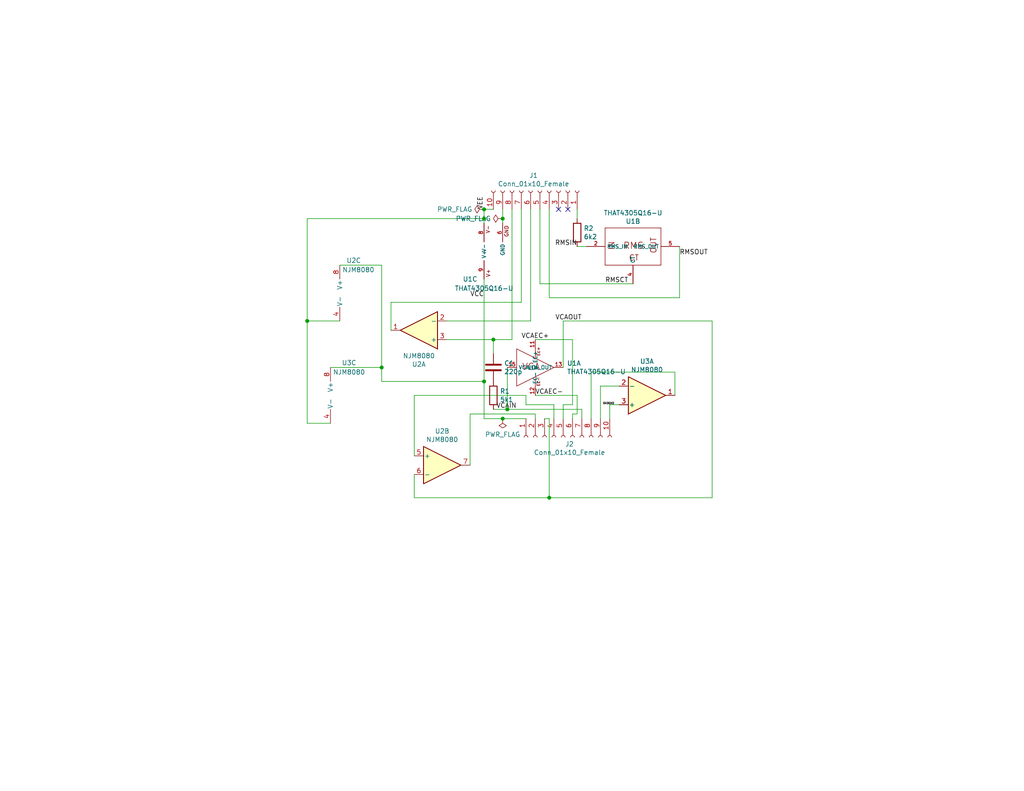
<source format=kicad_sch>
(kicad_sch (version 20200618) (host eeschema "5.99.0-unknown-1463dd1~101~ubuntu18.04.1")
  (page 1 1)
  (paper "USLetter")
  (lib_symbols
    (symbol "Amplifier_Operational:NJM4580" (pin_names (offset 0.127))
      (property "Reference" "U" (at 0 5.08 0))
      (property "Value" "NJM4580" (at 0 -5.08 0))
      (symbol "NJM4580_1_1"
        (polyline (pts (xy -5.08 5.08) (xy 5.08 0) (xy -5.08 -5.08) (xy -5.08 5.08)) (stroke (width 0.254)) (fill (type background)))
        (pin output line (at 7.62 0 180) (length 2.54) (name "~") (number "1"))
        (pin input line (at -7.62 -2.54 0) (length 2.54) (name "-") (number "2"))
        (pin input line (at -7.62 2.54 0) (length 2.54) (name "+") (number "3"))
      )
      (symbol "NJM4580_2_1"
        (polyline (pts (xy -5.08 5.08) (xy 5.08 0) (xy -5.08 -5.08) (xy -5.08 5.08)) (stroke (width 0.254)) (fill (type background)))
        (pin input line (at -7.62 2.54 0) (length 2.54) (name "+") (number "5"))
        (pin input line (at -7.62 -2.54 0) (length 2.54) (name "-") (number "6"))
        (pin output line (at 7.62 0 180) (length 2.54) (name "~") (number "7"))
      )
      (symbol "NJM4580_3_1"
        (pin power_in line (at -2.54 -7.62 90) (length 3.81) (name "V-") (number "4"))
        (pin power_in line (at -2.54 7.62 270) (length 3.81) (name "V+") (number "8"))
      )
    )
    (symbol "Amplifier_Operational:NJM4580_1" (pin_names (offset 0.127))
      (property "Reference" "U" (at 0 5.08 0))
      (property "Value" "NJM4580" (at 0 -5.08 0))
      (symbol "NJM4580_1_1_1"
        (polyline (pts (xy -5.08 5.08) (xy 5.08 0) (xy -5.08 -5.08) (xy -5.08 5.08)) (stroke (width 0.254)) (fill (type background)))
        (pin output line (at 7.62 0 180) (length 2.54) (name "~") (number "1"))
        (pin input line (at -7.62 -2.54 0) (length 2.54) (name "-") (number "2"))
        (pin input line (at -7.62 2.54 0) (length 2.54) (name "+") (number "3"))
      )
      (symbol "NJM4580_1_2_1"
        (polyline (pts (xy -5.08 5.08) (xy 5.08 0) (xy -5.08 -5.08) (xy -5.08 5.08)) (stroke (width 0.254)) (fill (type background)))
        (pin input line (at -7.62 2.54 0) (length 2.54) (name "+") (number "5"))
        (pin input line (at -7.62 -2.54 0) (length 2.54) (name "-") (number "6"))
        (pin output line (at 7.62 0 180) (length 2.54) (name "~") (number "7"))
      )
      (symbol "NJM4580_1_3_1"
        (pin power_in line (at -2.54 -7.62 90) (length 3.81) (name "V-") (number "4"))
        (pin power_in line (at -2.54 7.62 270) (length 3.81) (name "V+") (number "8"))
      )
    )
    (symbol "Amplifier_Operational:NJM4580_2" (pin_names (offset 0.127))
      (property "Reference" "U" (at 0 5.08 0))
      (property "Value" "NJM4580" (at 0 -5.08 0))
      (symbol "NJM4580_2_1_1"
        (polyline (pts (xy -5.08 5.08) (xy 5.08 0) (xy -5.08 -5.08) (xy -5.08 5.08)) (stroke (width 0.254)) (fill (type background)))
        (pin output line (at 7.62 0 180) (length 2.54) (name "~") (number "1"))
        (pin input line (at -7.62 -2.54 0) (length 2.54) (name "-") (number "2"))
        (pin input line (at -7.62 2.54 0) (length 2.54) (name "+") (number "3"))
      )
      (symbol "NJM4580_2_2_1"
        (polyline (pts (xy -5.08 5.08) (xy 5.08 0) (xy -5.08 -5.08) (xy -5.08 5.08)) (stroke (width 0.254)) (fill (type background)))
        (pin input line (at -7.62 2.54 0) (length 2.54) (name "+") (number "5"))
        (pin input line (at -7.62 -2.54 0) (length 2.54) (name "-") (number "6"))
        (pin output line (at 7.62 0 180) (length 2.54) (name "~") (number "7"))
      )
      (symbol "NJM4580_2_3_1"
        (pin power_in line (at -2.54 -7.62 90) (length 3.81) (name "V-") (number "4"))
        (pin power_in line (at -2.54 7.62 270) (length 3.81) (name "V+") (number "8"))
      )
    )
    (symbol "Connector:Conn_01x10_Female" (pin_names hide)
      (property "Reference" "J" (at 0 12.7 0))
      (property "Value" "Conn_01x10_Female" (at 0 -15.24 0))
      (symbol "Conn_01x10_Female_1_1"
        (arc (start 0 -12.192) (end 0 -13.208) (radius (at 0 -12.7) (length 0.508) (angles 90.1 -90.1)) (stroke (width 0.1524)))
        (arc (start 0 -9.652) (end 0 -10.668) (radius (at 0 -10.16) (length 0.508) (angles 90.1 -90.1)) (stroke (width 0.1524)))
        (arc (start 0 -7.112) (end 0 -8.128) (radius (at 0 -7.62) (length 0.508) (angles 90.1 -90.1)) (stroke (width 0.1524)))
        (arc (start 0 -4.572) (end 0 -5.588) (radius (at 0 -5.08) (length 0.508) (angles 90.1 -90.1)) (stroke (width 0.1524)))
        (arc (start 0 -2.032) (end 0 -3.048) (radius (at 0 -2.54) (length 0.508) (angles 90.1 -90.1)) (stroke (width 0.1524)))
        (arc (start 0 0.508) (end 0 -0.508) (radius (at 0 0) (length 0.508) (angles 90.1 -90.1)) (stroke (width 0.1524)))
        (arc (start 0 3.048) (end 0 2.032) (radius (at 0 2.54) (length 0.508) (angles 90.1 -90.1)) (stroke (width 0.1524)))
        (arc (start 0 5.588) (end 0 4.572) (radius (at 0 5.08) (length 0.508) (angles 90.1 -90.1)) (stroke (width 0.1524)))
        (arc (start 0 8.128) (end 0 7.112) (radius (at 0 7.62) (length 0.508) (angles 90.1 -90.1)) (stroke (width 0.1524)))
        (arc (start 0 10.668) (end 0 9.652) (radius (at 0 10.16) (length 0.508) (angles 90.1 -90.1)) (stroke (width 0.1524)))
        (polyline (pts (xy -1.27 -12.7) (xy -0.508 -12.7)) (stroke (width 0.1524)))
        (polyline (pts (xy -1.27 -10.16) (xy -0.508 -10.16)) (stroke (width 0.1524)))
        (polyline (pts (xy -1.27 -7.62) (xy -0.508 -7.62)) (stroke (width 0.1524)))
        (polyline (pts (xy -1.27 -5.08) (xy -0.508 -5.08)) (stroke (width 0.1524)))
        (polyline (pts (xy -1.27 -2.54) (xy -0.508 -2.54)) (stroke (width 0.1524)))
        (polyline (pts (xy -1.27 0) (xy -0.508 0)) (stroke (width 0.1524)))
        (polyline (pts (xy -1.27 2.54) (xy -0.508 2.54)) (stroke (width 0.1524)))
        (polyline (pts (xy -1.27 5.08) (xy -0.508 5.08)) (stroke (width 0.1524)))
        (polyline (pts (xy -1.27 7.62) (xy -0.508 7.62)) (stroke (width 0.1524)))
        (polyline (pts (xy -1.27 10.16) (xy -0.508 10.16)) (stroke (width 0.1524)))
        (pin passive line (at -5.08 10.16 0) (length 3.81) (name "Pin_1") (number "1"))
        (pin passive line (at -5.08 -12.7 0) (length 3.81) (name "Pin_10") (number "10"))
        (pin passive line (at -5.08 7.62 0) (length 3.81) (name "Pin_2") (number "2"))
        (pin passive line (at -5.08 5.08 0) (length 3.81) (name "Pin_3") (number "3"))
        (pin passive line (at -5.08 2.54 0) (length 3.81) (name "Pin_4") (number "4"))
        (pin passive line (at -5.08 0 0) (length 3.81) (name "Pin_5") (number "5"))
        (pin passive line (at -5.08 -2.54 0) (length 3.81) (name "Pin_6") (number "6"))
        (pin passive line (at -5.08 -5.08 0) (length 3.81) (name "Pin_7") (number "7"))
        (pin passive line (at -5.08 -7.62 0) (length 3.81) (name "Pin_8") (number "8"))
        (pin passive line (at -5.08 -10.16 0) (length 3.81) (name "Pin_9") (number "9"))
      )
    )
    (symbol "Device:C" (pin_numbers hide) (pin_names (offset 0.254))
      (property "Reference" "C" (at 0.635 2.54 0))
      (property "Value" "C" (at 0.635 -2.54 0))
      (symbol "C_0_1"
        (polyline (pts (xy -2.032 -0.762) (xy 2.032 -0.762)) (stroke (width 0.508)))
        (polyline (pts (xy -2.032 0.762) (xy 2.032 0.762)) (stroke (width 0.508)))
      )
      (symbol "C_1_1"
        (pin passive line (at 0 3.81 270) (length 2.794) (name "~") (number "1"))
        (pin passive line (at 0 -3.81 90) (length 2.794) (name "~") (number "2"))
      )
    )
    (symbol "Device:R" (pin_numbers hide) (pin_names (offset 0))
      (property "Reference" "R" (at 2.032 0 90))
      (property "Value" "R" (at 0 0 90))
      (symbol "R_0_1"
        (rectangle (start -1.016 -2.54) (end 1.016 2.54) (stroke (width 0.254)))
      )
      (symbol "R_1_1"
        (pin passive line (at 0 3.81 270) (length 1.27) (name "~") (number "1"))
        (pin passive line (at 0 -3.81 90) (length 1.27) (name "~") (number "2"))
      )
    )
    (symbol "power:PWR_FLAG" (power) (pin_numbers hide) (pin_names (offset 0) hide)
      (property "Value" "PWR_FLAG" (at 0 3.81 0))
      (symbol "PWR_FLAG_0_1"
        (polyline (pts (xy 0 0) (xy 0 1.27) (xy -1.016 1.905) (xy 0 2.54) (xy 1.016 1.905) (xy 0 1.27)))
      )
      (symbol "PWR_FLAG_0_0"
        (pin power_out line (at 0 0 90) (length 0) (name "pwr") (number "1"))
      )
    )
    (symbol "that-corp-edit:THAT4305Q16-U"
      (property "Reference" "U" (at 5.08 5.715 0))
      (property "Value" "THAT4305Q16-U" (at 5.08 2.54 0))
      (symbol "THAT4305Q16-U_1_0"
        (text "Ec+" (at 0.8636 4.3942 1) (effects (font (size 0.8128 0.8128))))
        (text "Ec-" (at 0.8636 -3.8608 1) (effects (font (size 0.8128 0.8128))))
        (text "VCA" (at -1.143 0.254 0) (effects (font (size 1.778 1.778))))
        (polyline (pts (xy 0 5.0546) (xy 0 2.6162)))
        (polyline (pts (xy 0 -2.6162) (xy 0 -5.08)))
        (polyline (pts (xy 5.08 0) (xy -5.08 5.08)))
        (polyline (pts (xy -5.08 5.08) (xy -5.08 -5.08)))
        (polyline (pts (xy -5.08 -5.08) (xy 5.08 0)))
      )
      (symbol "THAT4305Q16-U_2_0"
        (text "RMS" (at 0.127 0.254 0) (effects (font (size 1.778 1.778))))
        (text "IN" (at -5.842 0.254 1) (effects (font (size 1.524 1.524))))
        (text "OUT" (at 5.588 0.381 1) (effects (font (size 1.524 1.524))))
        (text "CT" (at 0.254 -3.048 0) (effects (font (size 1.524 1.524))))
        (polyline (pts (xy -7.62 5.08) (xy 7.62 5.08)))
        (polyline (pts (xy 7.62 5.08) (xy 7.62 -5.08)))
        (polyline (pts (xy 7.62 -5.08) (xy -7.62 -5.08)))
        (polyline (pts (xy -7.62 -5.08) (xy -7.62 5.08)))
      )
      (symbol "THAT4305Q16-U_3_0"
        (text "V+" (at 1.143 5.969 1) (effects (font (size 1.016 1.016))))
        (text "V-" (at 1.0668 -5.969 1) (effects (font (size 1.016 1.016))))
        (text "GND" (at 6.1468 -5.461 1) (effects (font (size 1.016 1.016))))
      )
      (symbol "THAT4305Q16-U_1_1"
        (pin passive line (at 0 7.62 270) (length 2.54) (name "EC+") (number "11"))
        (pin passive line (at 0 -7.62 90) (length 2.54) (name "EC-") (number "12"))
        (pin input line (at -7.62 0 0) (length 2.54) (name "VCA_IN") (number "15"))
        (pin output line (at 7.62 0 180) (length 2.54) (name "VCA_OUT") (number "13"))
      )
      (symbol "THAT4305Q16-U_2_1"
        (pin passive line (at 0 -10.16 90) (length 5.08) (name "CT") (number "4"))
        (pin input line (at -12.7 0 0) (length 5.08) (name "RMS_IN") (number "2"))
        (pin output line (at 12.7 0 180) (length 5.08) (name "RMS_OUT") (number "5"))
      )
      (symbol "THAT4305Q16-U_3_1"
        (pin power_in line (at 5.08 -7.62 90) (length 5.08) (name "GND") (number "6"))
        (pin power_in line (at 0 7.62 270) (length 5.08) (name "V+") (number "9"))
        (pin power_in line (at 0 -7.62 90) (length 5.08) (name "V-") (number "8"))
      )
    )
    (symbol "that-corp-edit:THAT4305Q16-U_1"
      (property "Reference" "U" (at 5.08 5.715 0))
      (property "Value" "THAT4305Q16-U" (at 5.08 2.54 0))
      (symbol "THAT4305Q16-U_1_1_0"
        (text "Ec+" (at 0.8636 4.3942 1) (effects (font (size 0.8128 0.8128))))
        (text "Ec-" (at 0.8636 -3.8608 1) (effects (font (size 0.8128 0.8128))))
        (text "VCA" (at -1.143 0.254 0) (effects (font (size 1.778 1.778))))
        (polyline (pts (xy 0 5.0546) (xy 0 2.6162)))
        (polyline (pts (xy 0 -2.6162) (xy 0 -5.08)))
        (polyline (pts (xy 5.08 0) (xy -5.08 5.08)))
        (polyline (pts (xy -5.08 5.08) (xy -5.08 -5.08)))
        (polyline (pts (xy -5.08 -5.08) (xy 5.08 0)))
      )
      (symbol "THAT4305Q16-U_1_2_0"
        (text "RMS" (at 0.127 0.254 0) (effects (font (size 1.778 1.778))))
        (text "IN" (at -5.842 0.254 1) (effects (font (size 1.524 1.524))))
        (text "OUT" (at 5.588 0.381 1) (effects (font (size 1.524 1.524))))
        (text "CT" (at 0.254 -3.048 0) (effects (font (size 1.524 1.524))))
        (polyline (pts (xy -7.62 5.08) (xy 7.62 5.08)))
        (polyline (pts (xy 7.62 5.08) (xy 7.62 -5.08)))
        (polyline (pts (xy 7.62 -5.08) (xy -7.62 -5.08)))
        (polyline (pts (xy -7.62 -5.08) (xy -7.62 5.08)))
      )
      (symbol "THAT4305Q16-U_1_3_0"
        (text "V+" (at 1.143 5.969 1) (effects (font (size 1.016 1.016))))
        (text "V-" (at 1.0668 -5.969 1) (effects (font (size 1.016 1.016))))
        (text "GND" (at 6.1468 -5.461 1) (effects (font (size 1.016 1.016))))
      )
      (symbol "THAT4305Q16-U_1_1_1"
        (pin passive line (at 0 7.62 270) (length 2.54) (name "EC+") (number "11"))
        (pin passive line (at 0 -7.62 90) (length 2.54) (name "EC-") (number "12"))
        (pin input line (at -7.62 0 0) (length 2.54) (name "VCA_IN") (number "14"))
        (pin output line (at 7.62 0 180) (length 2.54) (name "VCA_OUT") (number "13"))
      )
      (symbol "THAT4305Q16-U_1_2_1"
        (pin passive line (at 0 -10.16 90) (length 5.08) (name "CT") (number "4"))
        (pin input line (at -12.7 0 0) (length 5.08) (name "RMS_IN") (number "2"))
        (pin output line (at 12.7 0 180) (length 5.08) (name "RMS_OUT") (number "5"))
      )
      (symbol "THAT4305Q16-U_1_3_1"
        (pin power_in line (at 5.08 -7.62 90) (length 5.08) (name "GND") (number "6"))
        (pin power_in line (at 0 7.62 270) (length 5.08) (name "V+") (number "9"))
        (pin power_in line (at 0 -7.62 90) (length 5.08) (name "V-") (number "8"))
      )
    )
    (symbol "that-corp:THAT4305Q16-U"
      (property "Reference" "U" (at 5.08 5.715 0))
      (property "Value" "THAT4305Q16-U" (at 5.08 2.54 0))
      (symbol "THAT4305Q16-U_1_0"
        (text "Ec+" (at 0.8636 4.3942 1) (effects (font (size 0.8128 0.8128))))
        (text "Ec-" (at 0.8636 -3.8608 1) (effects (font (size 0.8128 0.8128))))
        (text "VCA" (at -1.143 0.254 0) (effects (font (size 1.778 1.778))))
        (polyline (pts (xy 0 5.0546) (xy 0 2.6162)))
        (polyline (pts (xy 0 -2.6162) (xy 0 -5.08)))
        (polyline (pts (xy 5.08 0) (xy -5.08 5.08)))
        (polyline (pts (xy -5.08 5.08) (xy -5.08 -5.08)))
        (polyline (pts (xy -5.08 -5.08) (xy 5.08 0)))
      )
      (symbol "THAT4305Q16-U_2_0"
        (text "RMS" (at 0.127 0.254 0) (effects (font (size 1.778 1.778))))
        (text "IN" (at -5.842 0.254 1) (effects (font (size 1.524 1.524))))
        (text "OUT" (at 5.588 0.381 1) (effects (font (size 1.524 1.524))))
        (text "CT" (at 0.254 -3.048 0) (effects (font (size 1.524 1.524))))
        (polyline (pts (xy -7.62 5.08) (xy 7.62 5.08)))
        (polyline (pts (xy 7.62 5.08) (xy 7.62 -5.08)))
        (polyline (pts (xy 7.62 -5.08) (xy -7.62 -5.08)))
        (polyline (pts (xy -7.62 -5.08) (xy -7.62 5.08)))
      )
      (symbol "THAT4305Q16-U_3_0"
        (text "V+" (at 1.143 5.969 1) (effects (font (size 1.016 1.016))))
        (text "V-" (at 1.0668 -5.969 1) (effects (font (size 1.016 1.016))))
        (text "GND" (at 6.1468 -5.461 1) (effects (font (size 1.016 1.016))))
      )
      (symbol "THAT4305Q16-U_1_1"
        (pin passive line (at 0 7.62 270) (length 2.54) (name "EC+") (number "11"))
        (pin passive line (at 0 -7.62 90) (length 2.54) (name "EC-") (number "12"))
        (pin input line (at -7.62 0 0) (length 2.54) (name "VCA_IN") (number "14"))
        (pin output line (at 7.62 0 180) (length 2.54) (name "VCA_OUT") (number "13"))
      )
      (symbol "THAT4305Q16-U_2_1"
        (pin passive line (at 0 -10.16 90) (length 5.08) (name "CT") (number "4"))
        (pin input line (at -12.7 0 0) (length 5.08) (name "RMS_IN") (number "2"))
        (pin output line (at 12.7 0 180) (length 5.08) (name "RMS_OUT") (number "5"))
      )
      (symbol "THAT4305Q16-U_3_1"
        (pin power_in line (at 5.08 -7.62 90) (length 5.08) (name "GND") (number "6"))
        (pin power_in line (at 0 7.62 270) (length 5.08) (name "V+") (number "8"))
        (pin power_in line (at 0 -7.62 90) (length 5.08) (name "V-") (number "9"))
      )
    )
  )
  (junction (at 83.82 87.63))
  (junction (at 104.14 100.33))
  (junction (at 132.08 57.15))
  (junction (at 132.08 59.69))
  (junction (at 132.08 104.14))
  (junction (at 134.62 92.71))
  (junction (at 137.16 59.69))
  (junction (at 137.16 114.3))
  (junction (at 138.43 111.76))
  (junction (at 149.86 135.89))
  (no_connect (at 152.4 57.15))
  (no_connect (at 154.94 57.15))
  (wire (pts (xy 83.82 59.69) (xy 83.82 87.63)))
  (wire (pts (xy 83.82 87.63) (xy 83.82 115.57)))
  (wire (pts (xy 83.82 87.63) (xy 92.71 87.63)))
  (wire (pts (xy 83.82 115.57) (xy 90.17 115.57)))
  (wire (pts (xy 90.17 100.33) (xy 104.14 100.33)))
  (wire (pts (xy 104.14 72.39) (xy 92.71 72.39)))
  (wire (pts (xy 104.14 100.33) (xy 104.14 72.39)))
  (wire (pts (xy 104.14 104.14) (xy 104.14 100.33)))
  (wire (pts (xy 106.68 82.55) (xy 142.24 82.55)))
  (wire (pts (xy 106.68 90.17) (xy 106.68 82.55)))
  (wire (pts (xy 113.03 107.95) (xy 143.51 107.95)))
  (wire (pts (xy 113.03 124.46) (xy 113.03 107.95)))
  (wire (pts (xy 113.03 135.89) (xy 113.03 129.54)))
  (wire (pts (xy 121.92 87.63) (xy 144.78 87.63)))
  (wire (pts (xy 121.92 92.71) (xy 134.62 92.71)))
  (wire (pts (xy 128.27 113.03) (xy 146.05 113.03)))
  (wire (pts (xy 128.27 127) (xy 128.27 113.03)))
  (wire (pts (xy 132.08 57.15) (xy 132.08 59.69)))
  (wire (pts (xy 132.08 59.69) (xy 83.82 59.69)))
  (wire (pts (xy 132.08 59.69) (xy 132.08 60.96)))
  (wire (pts (xy 132.08 76.2) (xy 132.08 104.14)))
  (wire (pts (xy 132.08 104.14) (xy 104.14 104.14)))
  (wire (pts (xy 132.08 104.14) (xy 132.08 114.3)))
  (wire (pts (xy 132.08 114.3) (xy 137.16 114.3)))
  (wire (pts (xy 134.62 57.15) (xy 132.08 57.15)))
  (wire (pts (xy 134.62 92.71) (xy 134.62 96.52)))
  (wire (pts (xy 134.62 92.71) (xy 139.7 92.71)))
  (wire (pts (xy 134.62 111.76) (xy 138.43 111.76)))
  (wire (pts (xy 137.16 57.15) (xy 137.16 59.69)))
  (wire (pts (xy 137.16 59.69) (xy 137.16 60.96)))
  (wire (pts (xy 137.16 114.3) (xy 143.51 114.3)))
  (wire (pts (xy 138.43 111.76) (xy 138.43 100.33)))
  (wire (pts (xy 139.7 92.71) (xy 139.7 57.15)))
  (wire (pts (xy 142.24 82.55) (xy 142.24 57.15)))
  (wire (pts (xy 143.51 107.95) (xy 143.51 110.49)))
  (wire (pts (xy 143.51 110.49) (xy 151.13 110.49)))
  (wire (pts (xy 144.78 87.63) (xy 144.78 57.15)))
  (wire (pts (xy 146.05 92.71) (xy 156.21 92.71)))
  (wire (pts (xy 146.05 107.95) (xy 157.48 107.95)))
  (wire (pts (xy 146.05 113.03) (xy 146.05 114.3)))
  (wire (pts (xy 147.32 77.47) (xy 147.32 57.15)))
  (wire (pts (xy 147.32 77.47) (xy 172.72 77.47)))
  (wire (pts (xy 149.86 81.28) (xy 149.86 57.15)))
  (wire (pts (xy 149.86 114.3) (xy 148.59 114.3)))
  (wire (pts (xy 149.86 135.89) (xy 113.03 135.89)))
  (wire (pts (xy 149.86 135.89) (xy 149.86 114.3)))
  (wire (pts (xy 151.13 110.49) (xy 151.13 114.3)))
  (wire (pts (xy 153.67 87.63) (xy 194.31 87.63)))
  (wire (pts (xy 153.67 100.33) (xy 153.67 87.63)))
  (wire (pts (xy 153.67 110.49) (xy 153.67 114.3)))
  (wire (pts (xy 156.21 92.71) (xy 156.21 110.49)))
  (wire (pts (xy 156.21 110.49) (xy 153.67 110.49)))
  (wire (pts (xy 156.21 113.03) (xy 156.21 114.3)))
  (wire (pts (xy 157.48 57.15) (xy 157.48 59.69)))
  (wire (pts (xy 157.48 67.31) (xy 160.02 67.31)))
  (wire (pts (xy 157.48 107.95) (xy 157.48 113.03)))
  (wire (pts (xy 157.48 113.03) (xy 156.21 113.03)))
  (wire (pts (xy 158.75 111.76) (xy 138.43 111.76)))
  (wire (pts (xy 158.75 114.3) (xy 158.75 111.76)))
  (wire (pts (xy 161.29 101.6) (xy 161.29 114.3)))
  (wire (pts (xy 163.83 105.41) (xy 163.83 114.3)))
  (wire (pts (xy 166.37 110.49) (xy 166.37 114.3)))
  (wire (pts (xy 168.91 105.41) (xy 163.83 105.41)))
  (wire (pts (xy 168.91 110.49) (xy 166.37 110.49)))
  (wire (pts (xy 184.15 101.6) (xy 161.29 101.6)))
  (wire (pts (xy 184.15 107.95) (xy 184.15 101.6)))
  (wire (pts (xy 185.42 67.31) (xy 185.42 81.28)))
  (wire (pts (xy 185.42 81.28) (xy 149.86 81.28)))
  (wire (pts (xy 194.31 87.63) (xy 194.31 135.89)))
  (wire (pts (xy 194.31 135.89) (xy 149.86 135.89)))
  (label "VEE" (at 132.08 57.15 90))
  (label "VCC" (at 132.08 81.28 180))
  (label "VCAIN" (at 140.97 111.76 180))
  (label "VCAEC+" (at 149.86 92.71 180))
  (label "VCAEC-" (at 153.67 107.95 180))
  (label "RMSIN" (at 157.48 67.31 180))
  (label "VCAOUT" (at 158.75 87.63 180))
  (label "OA3GND" (at 167.64 110.49 180) (effects (font (size 0.508 0.508))))
  (label "RMSCT" (at 171.45 77.47 180))
  (label "RMSOUT" (at 185.42 69.85 0))
  (symbol (lib_id "power:PWR_FLAG") (at 132.08 57.15 90) (unit 1)
    (property "Reference" "#FLG0102" (effects hide))
    (property "Value" "PWR_FLAG" (at 128.905 57.15 90) (effects (justify left)))
  )
  (symbol (lib_id "power:PWR_FLAG") (at 137.16 59.69 90) (unit 1)
    (property "Reference" "#FLG0103" (effects hide))
    (property "Value" "PWR_FLAG" (at 133.985 59.69 90) (effects (justify left)))
  )
  (symbol (lib_id "power:PWR_FLAG") (at 137.16 114.3 180) (unit 1)
    (property "Reference" "#FLG0101" (effects hide))
    (property "Value" "PWR_FLAG" (at 137.16 118.6244 0))
  )
  (symbol (lib_id "Device:R") (at 134.62 107.95 180) (unit 1)
    (property "Reference" "R1" (at 136.3981 106.8006 0) (effects (justify right)))
    (property "Value" "5k1" (at 136.3981 109.0993 0) (effects (justify right)))
    (property "Footprint" "Resistor_THT:R_Axial_DIN0207_L6.3mm_D2.5mm_P10.16mm_Horizontal" (effects hide))
  )
  (symbol (lib_id "Device:R") (at 157.48 63.5 0) (unit 1)
    (property "Reference" "R2" (at 159.2581 62.3506 0) (effects (justify left)))
    (property "Value" "6k2" (at 159.2581 64.6493 0) (effects (justify left)))
    (property "Footprint" "Resistor_THT:R_Axial_DIN0207_L6.3mm_D2.5mm_P10.16mm_Horizontal" (effects hide))
  )
  (symbol (lib_id "Amplifier_Operational:NJM4580") (at 92.71 107.95 0) (unit 3)
    (property "Reference" "U3" (at 95.25 99.06 0))
    (property "Value" "NJM8080" (at 95.25 101.6 0))
    (property "Footprint" "Package_SO:SOP-8_3.9x4.9mm_P1.27mm" (effects hide))
    (property "Datasheet" "http://www.njr.com/semicon/PDF/NJM4580_E.pdf" (effects hide))
  )
  (symbol (lib_id "Amplifier_Operational:NJM4580") (at 95.25 80.01 0) (unit 3)
    (property "Reference" "U2" (at 96.52 71.12 0))
    (property "Value" "NJM8080" (at 97.79 73.66 0))
    (property "Footprint" "Package_SO:SOP-8_3.9x4.9mm_P1.27mm" (effects hide))
    (property "Datasheet" "http://www.njr.com/semicon/PDF/NJM4580_E.pdf" (effects hide))
  )
  (symbol (lib_id "Device:C") (at 134.62 100.33 0) (unit 1)
    (property "Reference" "C1" (at 137.5411 99.1806 0) (effects (justify left)))
    (property "Value" "220p" (at 137.5411 101.4793 0) (effects (justify left)))
    (property "Footprint" "Capacitor_THT:C_Rect_L4.0mm_W2.5mm_P2.50mm" (effects hide))
  )
  (symbol (lib_id "Connector:Conn_01x10_Female") (at 147.32 52.07 270) (mirror x) (unit 1)
    (property "Reference" "J1" (at 145.5928 47.9106 90))
    (property "Value" "Conn_01x10_Female" (at 145.5928 50.2093 90))
    (property "Footprint" "Connectors:1X10_LOCK_LONGPADS" (effects hide))
  )
  (symbol (lib_id "Connector:Conn_01x10_Female") (at 153.67 119.38 90) (mirror x) (unit 1)
    (property "Reference" "J2" (at 155.3972 121.2406 90))
    (property "Value" "Conn_01x10_Female" (at 155.3972 123.5393 90))
    (property "Footprint" "Connectors:1X10_LOCK_LONGPADS" (effects hide))
  )
  (symbol (lib_name "that-corp-edit:THAT4305Q16-U_1") (lib_id "that-corp-edit:THAT4305Q16-U") (at 132.08 68.58 0) (mirror x) (unit 3)
    (property "Reference" "U1" (at 128.27 76.2 0))
    (property "Value" "THAT4305Q16-U" (at 132.08 78.74 0))
    (property "Footprint" "Package_SO:QSOP-16_3.9x4.9mm_P0.635mm" (effects hide))
  )
  (symbol (lib_name "Amplifier_Operational:NJM4580_2") (lib_id "Amplifier_Operational:NJM4580") (at 114.3 90.17 180) (unit 1)
    (property "Reference" "U2" (at 114.3 99.4602 0))
    (property "Value" "NJM8080" (at 114.3 97.1615 0))
    (property "Footprint" "Package_SO:SOP-8_3.9x4.9mm_P1.27mm" (effects hide))
    (property "Datasheet" "http://www.njr.com/semicon/PDF/NJM4580_E.pdf" (effects hide))
  )
  (symbol (lib_name "Amplifier_Operational:NJM4580_1") (lib_id "Amplifier_Operational:NJM4580") (at 120.65 127 0) (unit 2)
    (property "Reference" "U2" (at 120.65 117.7098 0))
    (property "Value" "NJM8080" (at 120.65 120.0085 0))
    (property "Footprint" "Package_SO:SOP-8_3.9x4.9mm_P1.27mm" (effects hide))
    (property "Datasheet" "http://www.njr.com/semicon/PDF/NJM4580_E.pdf" (effects hide))
  )
  (symbol (lib_id "Amplifier_Operational:NJM4580") (at 176.53 107.95 0) (mirror x) (unit 1)
    (property "Reference" "U3" (at 176.53 98.6598 0))
    (property "Value" "NJM8080" (at 176.53 100.9585 0))
    (property "Footprint" "Package_SO:SOP-8_3.9x4.9mm_P1.27mm" (effects hide))
    (property "Datasheet" "http://www.njr.com/semicon/PDF/NJM4580_E.pdf" (effects hide))
  )
  (symbol (lib_id "that-corp-edit:THAT4305Q16-U") (at 146.05 100.33 0) (unit 1)
    (property "Reference" "U1" (at 154.6861 99.1806 0) (effects (justify left)))
    (property "Value" "THAT4305Q16-U" (at 154.6861 101.4793 0) (effects (justify left)))
    (property "Footprint" "Package_SO:QSOP-16_3.9x4.9mm_P0.635mm" (effects hide))
  )
  (symbol (lib_id "that-corp:THAT4305Q16-U") (at 172.72 67.31 0) (unit 2)
    (property "Reference" "U1" (at 172.72 60.4456 0))
    (property "Value" "THAT4305Q16-U" (at 172.72 58.1469 0))
    (property "Footprint" "Package_SO:QSOP-16_3.9x4.9mm_P0.635mm" (effects hide))
  )
)
</source>
